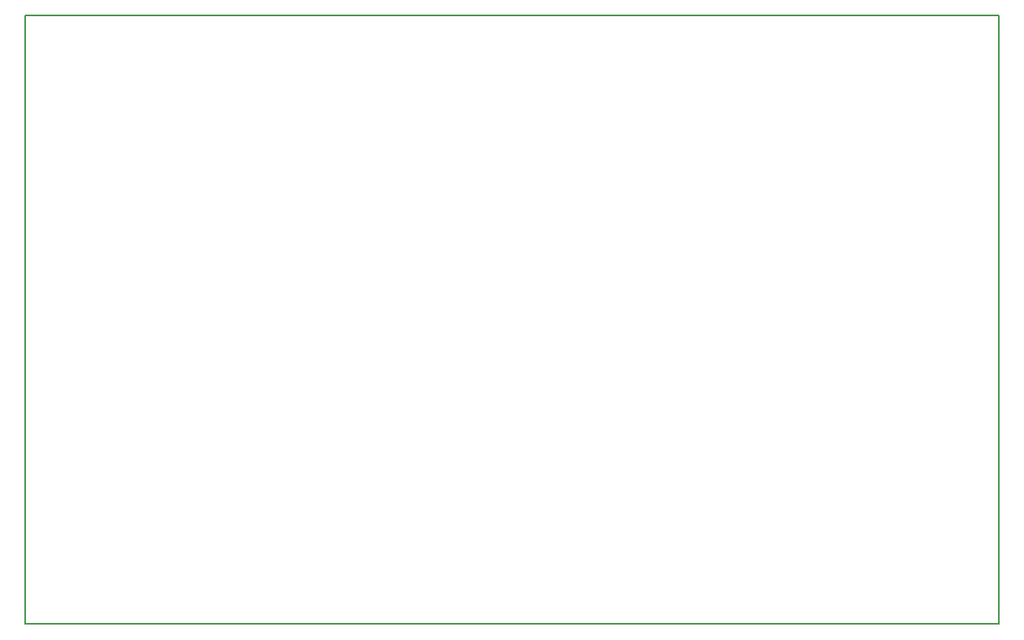
<source format=gbr>
G04 #@! TF.GenerationSoftware,KiCad,Pcbnew,5.0.0-5.0.0*
G04 #@! TF.CreationDate,2018-10-25T16:06:32-04:00*
G04 #@! TF.ProjectId,l6203dualmotordrive,6C363230336475616C6D6F746F726472,rev?*
G04 #@! TF.SameCoordinates,Original*
G04 #@! TF.FileFunction,Profile,NP*
%FSLAX46Y46*%
G04 Gerber Fmt 4.6, Leading zero omitted, Abs format (unit mm)*
G04 Created by KiCad (PCBNEW 5.0.0-5.0.0) date Thu Oct 25 16:06:32 2018*
%MOMM*%
%LPD*%
G01*
G04 APERTURE LIST*
%ADD10C,0.150000*%
G04 APERTURE END LIST*
D10*
X88646000Y-125984000D02*
X88646000Y-62484000D01*
X190246000Y-125984000D02*
X88646000Y-125984000D01*
X190246000Y-62484000D02*
X190246000Y-125984000D01*
X88646000Y-62484000D02*
X190246000Y-62484000D01*
M02*

</source>
